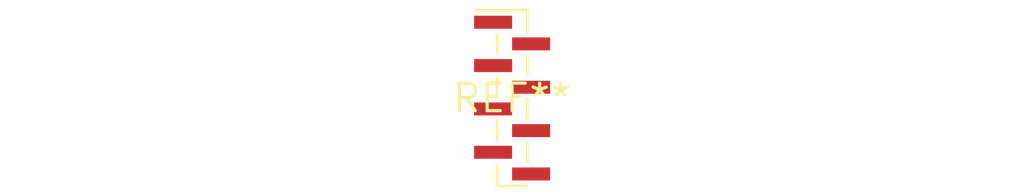
<source format=kicad_pcb>
(kicad_pcb (version 20240108) (generator pcbnew)
  (layers (0 "F.Cu" signal) (31 "B.Cu" signal) (34 "B.Paste" user) (35 "F.Paste" user) (36 "B.SilkS" user "B.Silkscreen") (37 "F.SilkS" user "F.Silkscreen") (38 "B.Mask" user) (39 "F.Mask" user) (44 "Edge.Cuts" user))
  (net 0 "")
  (footprint "PinHeader_1x08_P1.00mm_Vertical_SMD_Pin1Left" (layer "F.Cu") (at 0 0)
    (property "Reference" "REF**")
    (property "Value" "PinHeader_1x08_P1.00mm_Vertical_SMD_Pin1Left")
    (fp_line (start -0.695 -4.06) (end -1.69 -4.06) (layer "F.SilkS") (stroke (width 0.12)))
    (fp_line (start -0.695 -4.06) (end -0.695 -4.06) (layer "F.SilkS") (stroke (width 0.12)))
    (fp_line (start -0.695 -4.06) (end 0.695 -4.06) (layer "F.SilkS") (stroke (width 0.12)))
    (fp_line (start -0.695 -2.94) (end -0.695 -2.06) (layer "F.SilkS") (stroke (width 0.12)))
    (fp_line (start -0.695 -0.94) (end -0.695 -0.06) (layer "F.SilkS") (stroke (width 0.12)))
    (fp_line (start -0.695 1.06) (end -0.695 1.94) (layer "F.SilkS") (stroke (width 0.12)))
    (fp_line (start -0.695 3.06) (end -0.695 4.06) (layer "F.SilkS") (stroke (width 0.12)))
    (fp_line (start -0.695 4.06) (end 0.695 4.06) (layer "F.SilkS") (stroke (width 0.12)))
    (fp_line (start 0.695 -4.06) (end 0.695 -3.06) (layer "F.SilkS") (stroke (width 0.12)))
    (fp_line (start 0.695 -1.94) (end 0.695 -1.06) (layer "F.SilkS") (stroke (width 0.12)))
    (fp_line (start 0.695 0.06) (end 0.695 0.94) (layer "F.SilkS") (stroke (width 0.12)))
    (fp_line (start 0.695 2.06) (end 0.695 2.94) (layer "F.SilkS") (stroke (width 0.12)))
    (fp_line (start 0.695 4.06) (end 0.695 4.06) (layer "F.SilkS") (stroke (width 0.12)))
    (pad "1" smd rect (at -0.875 -3.5) (size 1.75 0.6) (layers "F.Cu" "F.Paste" "F.Mask"))
    (pad "2" smd rect (at 0.875 -2.5) (size 1.75 0.6) (layers "F.Cu" "F.Paste" "F.Mask"))
    (pad "3" smd rect (at -0.875 -1.5) (size 1.75 0.6) (layers "F.Cu" "F.Paste" "F.Mask"))
    (pad "4" smd rect (at 0.875 -0.5) (size 1.75 0.6) (layers "F.Cu" "F.Paste" "F.Mask"))
    (pad "5" smd rect (at -0.875 0.5) (size 1.75 0.6) (layers "F.Cu" "F.Paste" "F.Mask"))
    (pad "6" smd rect (at 0.875 1.5) (size 1.75 0.6) (layers "F.Cu" "F.Paste" "F.Mask"))
    (pad "7" smd rect (at -0.875 2.5) (size 1.75 0.6) (layers "F.Cu" "F.Paste" "F.Mask"))
    (pad "8" smd rect (at 0.875 3.5) (size 1.75 0.6) (layers "F.Cu" "F.Paste" "F.Mask"))
  )
)
</source>
